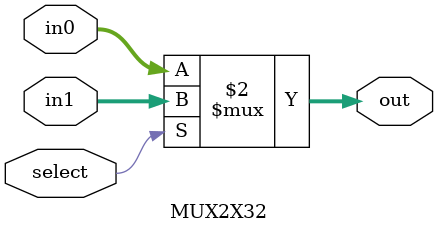
<source format=v>
`timescale 1ns / 1ps

module MUX2X32(
    input select,
    input [31:0] in0,
    input [31:0] in1,
    output [31:0] out
    );
    
    assign out = (select == 0) ? in0 : in1;
    
endmodule

</source>
